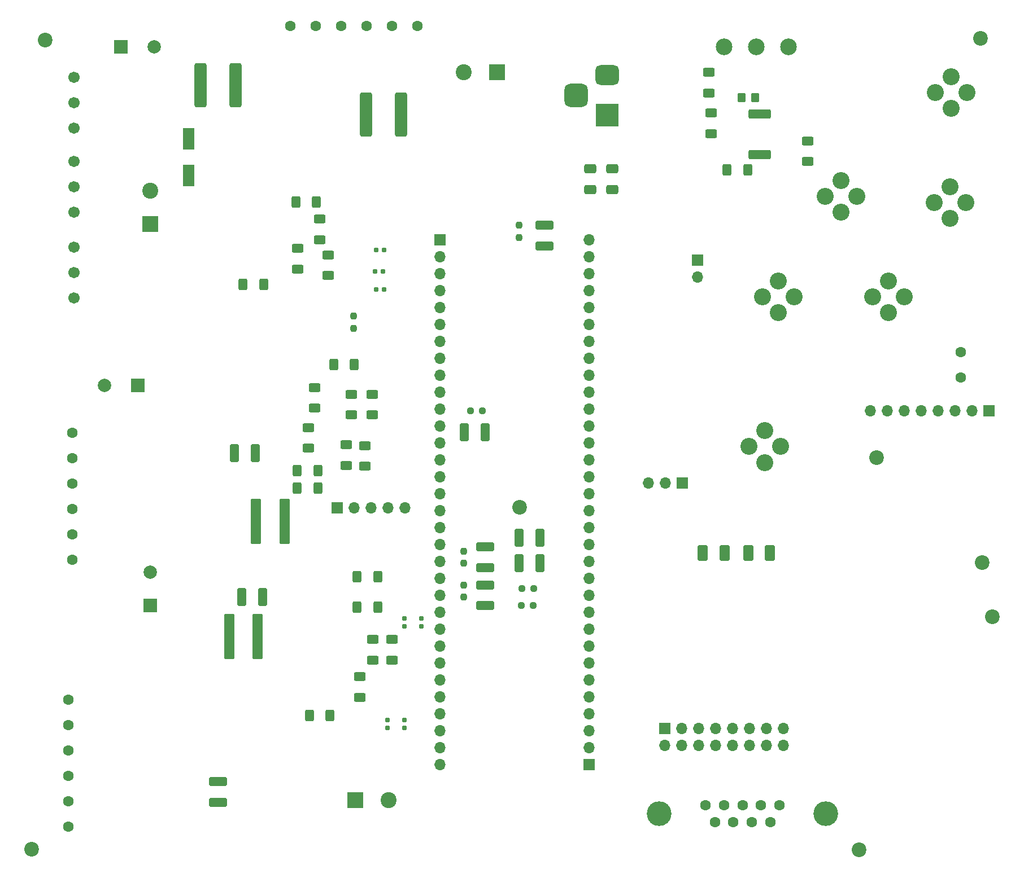
<source format=gbr>
%TF.GenerationSoftware,KiCad,Pcbnew,7.0.1*%
%TF.CreationDate,2023-04-10T20:01:29-05:00*%
%TF.ProjectId,Esquema_CBX_Rex,45737175-656d-4615-9f43-42585f526578,rev?*%
%TF.SameCoordinates,Original*%
%TF.FileFunction,Soldermask,Bot*%
%TF.FilePolarity,Negative*%
%FSLAX46Y46*%
G04 Gerber Fmt 4.6, Leading zero omitted, Abs format (unit mm)*
G04 Created by KiCad (PCBNEW 7.0.1) date 2023-04-10 20:01:29*
%MOMM*%
%LPD*%
G01*
G04 APERTURE LIST*
G04 Aperture macros list*
%AMRoundRect*
0 Rectangle with rounded corners*
0 $1 Rounding radius*
0 $2 $3 $4 $5 $6 $7 $8 $9 X,Y pos of 4 corners*
0 Add a 4 corners polygon primitive as box body*
4,1,4,$2,$3,$4,$5,$6,$7,$8,$9,$2,$3,0*
0 Add four circle primitives for the rounded corners*
1,1,$1+$1,$2,$3*
1,1,$1+$1,$4,$5*
1,1,$1+$1,$6,$7*
1,1,$1+$1,$8,$9*
0 Add four rect primitives between the rounded corners*
20,1,$1+$1,$2,$3,$4,$5,0*
20,1,$1+$1,$4,$5,$6,$7,0*
20,1,$1+$1,$6,$7,$8,$9,0*
20,1,$1+$1,$8,$9,$2,$3,0*%
G04 Aperture macros list end*
%ADD10C,2.200000*%
%ADD11C,1.600200*%
%ADD12R,2.000000X2.000000*%
%ADD13C,2.000000*%
%ADD14R,2.400000X2.400000*%
%ADD15C,2.400000*%
%ADD16C,1.701800*%
%ADD17R,1.700000X1.700000*%
%ADD18O,1.700000X1.700000*%
%ADD19C,2.550000*%
%ADD20R,3.500000X3.500000*%
%ADD21RoundRect,0.750000X-1.000000X0.750000X-1.000000X-0.750000X1.000000X-0.750000X1.000000X0.750000X0*%
%ADD22RoundRect,0.875000X-0.875000X0.875000X-0.875000X-0.875000X0.875000X-0.875000X0.875000X0.875000X0*%
%ADD23C,3.708400*%
%ADD24C,2.500000*%
%ADD25RoundRect,0.237500X0.250000X0.237500X-0.250000X0.237500X-0.250000X-0.237500X0.250000X-0.237500X0*%
%ADD26RoundRect,0.250000X-0.412500X-1.100000X0.412500X-1.100000X0.412500X1.100000X-0.412500X1.100000X0*%
%ADD27RoundRect,0.250000X0.625000X-0.400000X0.625000X0.400000X-0.625000X0.400000X-0.625000X-0.400000X0*%
%ADD28RoundRect,0.250000X-1.100000X0.412500X-1.100000X-0.412500X1.100000X-0.412500X1.100000X0.412500X0*%
%ADD29RoundRect,0.160000X0.160000X-0.197500X0.160000X0.197500X-0.160000X0.197500X-0.160000X-0.197500X0*%
%ADD30RoundRect,0.250000X0.400000X0.625000X-0.400000X0.625000X-0.400000X-0.625000X0.400000X-0.625000X0*%
%ADD31RoundRect,0.250000X-0.625000X0.400000X-0.625000X-0.400000X0.625000X-0.400000X0.625000X0.400000X0*%
%ADD32RoundRect,0.250000X-0.650000X0.412500X-0.650000X-0.412500X0.650000X-0.412500X0.650000X0.412500X0*%
%ADD33RoundRect,0.250000X-0.400000X-0.625000X0.400000X-0.625000X0.400000X0.625000X-0.400000X0.625000X0*%
%ADD34RoundRect,0.250000X1.100000X-0.412500X1.100000X0.412500X-1.100000X0.412500X-1.100000X-0.412500X0*%
%ADD35RoundRect,0.160000X-0.160000X0.197500X-0.160000X-0.197500X0.160000X-0.197500X0.160000X0.197500X0*%
%ADD36RoundRect,0.160000X-0.197500X-0.160000X0.197500X-0.160000X0.197500X0.160000X-0.197500X0.160000X0*%
%ADD37RoundRect,0.237500X0.237500X-0.250000X0.237500X0.250000X-0.237500X0.250000X-0.237500X-0.250000X0*%
%ADD38RoundRect,0.250001X-0.499999X-0.924999X0.499999X-0.924999X0.499999X0.924999X-0.499999X0.924999X0*%
%ADD39R,1.700000X3.300000*%
%ADD40RoundRect,0.250001X0.499999X0.924999X-0.499999X0.924999X-0.499999X-0.924999X0.499999X-0.924999X0*%
%ADD41RoundRect,0.250000X-0.350000X-0.450000X0.350000X-0.450000X0.350000X0.450000X-0.350000X0.450000X0*%
%ADD42RoundRect,0.249999X1.425001X-0.450001X1.425001X0.450001X-1.425001X0.450001X-1.425001X-0.450001X0*%
%ADD43RoundRect,0.250000X0.650000X3.050000X-0.650000X3.050000X-0.650000X-3.050000X0.650000X-3.050000X0*%
%ADD44RoundRect,0.250000X0.537500X3.150000X-0.537500X3.150000X-0.537500X-3.150000X0.537500X-3.150000X0*%
%ADD45RoundRect,0.250000X0.650000X-0.412500X0.650000X0.412500X-0.650000X0.412500X-0.650000X-0.412500X0*%
%ADD46RoundRect,0.237500X-0.237500X0.250000X-0.237500X-0.250000X0.237500X-0.250000X0.237500X0.250000X0*%
%ADD47RoundRect,0.250000X-0.650000X-3.050000X0.650000X-3.050000X0.650000X3.050000X-0.650000X3.050000X0*%
G04 APERTURE END LIST*
D10*
%TO.C,REF\u002A\u002A*%
X203454000Y-112903000D03*
%TD*%
D11*
%TO.C,J16*%
X67057000Y-93472000D03*
X67057000Y-97282000D03*
X67057000Y-101092000D03*
X67057000Y-104902000D03*
X67057000Y-108712000D03*
X67057000Y-112522000D03*
%TD*%
D10*
%TO.C,REF\u002A\u002A*%
X187579000Y-97155000D03*
%TD*%
D12*
%TO.C,C14*%
X74295000Y-35560000D03*
D13*
X79295000Y-35560000D03*
%TD*%
D14*
%TO.C,C24*%
X130683000Y-39370000D03*
D15*
X125683000Y-39370000D03*
%TD*%
D16*
%TO.C,J21*%
X67300000Y-65550000D03*
X67300000Y-69360000D03*
X67300000Y-73170000D03*
%TD*%
D14*
%TO.C,C44*%
X78740000Y-62150000D03*
D15*
X78740000Y-57150000D03*
%TD*%
D17*
%TO.C,J3*%
X158500000Y-101000000D03*
D18*
X155960000Y-101000000D03*
X153420000Y-101000000D03*
%TD*%
D19*
%TO.C,J8*%
X201168000Y-42385000D03*
X196408000Y-42385000D03*
X198788000Y-44765000D03*
X198788000Y-40005000D03*
%TD*%
D17*
%TO.C,J1*%
X144478377Y-143236327D03*
D18*
X144478377Y-140696327D03*
X144478377Y-138156327D03*
X144478377Y-135616327D03*
X144478377Y-133076327D03*
X144478377Y-130536327D03*
X144478377Y-127996327D03*
X144478377Y-125456327D03*
X144478377Y-122916327D03*
X144478377Y-120376327D03*
X144478377Y-117836327D03*
X144478377Y-115296327D03*
X144478377Y-112756327D03*
X144478377Y-110216327D03*
X144478377Y-107676327D03*
X144478377Y-105136327D03*
X144478377Y-102596327D03*
X144478377Y-100056327D03*
X144478377Y-97516327D03*
X144478377Y-94976327D03*
X144478377Y-92436327D03*
X144478377Y-89896327D03*
X144478377Y-87356327D03*
X144478377Y-84816327D03*
X144478377Y-82276327D03*
X144478377Y-79736327D03*
X144478377Y-77196327D03*
X144478377Y-74656327D03*
X144478377Y-72116327D03*
X144478377Y-69576327D03*
X144478377Y-67036327D03*
X144478377Y-64496327D03*
%TD*%
D19*
%TO.C,J9*%
X175260000Y-73025000D03*
X170500000Y-73025000D03*
X172880000Y-75405000D03*
X172880000Y-70645000D03*
%TD*%
%TO.C,J11*%
X173228000Y-95504000D03*
X168468000Y-95504000D03*
X170848000Y-97884000D03*
X170848000Y-93124000D03*
%TD*%
D10*
%TO.C,*%
X134112000Y-104648000D03*
%TD*%
D20*
%TO.C,J5*%
X147257500Y-45800000D03*
D21*
X147257500Y-39800000D03*
D22*
X142557500Y-42800000D03*
%TD*%
D10*
%TO.C,*%
X205000000Y-121000000D03*
%TD*%
D11*
%TO.C,J4*%
X173045000Y-149330000D03*
X170275001Y-149330000D03*
X167505001Y-149330000D03*
X164735002Y-149330000D03*
X161965002Y-149330000D03*
X171660002Y-151870000D03*
X168890002Y-151870000D03*
X166120000Y-151870000D03*
X163350000Y-151870000D03*
D23*
X155010002Y-150600000D03*
X180000000Y-150600000D03*
%TD*%
D17*
%TO.C,J12*%
X160782000Y-67559000D03*
D18*
X160782000Y-70099000D03*
%TD*%
D17*
%TO.C,J19*%
X106725000Y-104700000D03*
D18*
X109265000Y-104700000D03*
X111805000Y-104700000D03*
X114345000Y-104700000D03*
X116885000Y-104700000D03*
%TD*%
D10*
%TO.C,*%
X203200000Y-34290000D03*
%TD*%
D14*
%TO.C,C34*%
X109444785Y-148590000D03*
D15*
X114444785Y-148590000D03*
%TD*%
D19*
%TO.C,J10*%
X179865000Y-57945000D03*
X184625000Y-57945000D03*
X182245000Y-55565000D03*
X182245000Y-60325000D03*
%TD*%
D16*
%TO.C,J22*%
X67310000Y-52705000D03*
X67310000Y-56515000D03*
X67310000Y-60325000D03*
%TD*%
D24*
%TO.C,SW2*%
X164719000Y-35560000D03*
X169545000Y-35560000D03*
X174371000Y-35560000D03*
%TD*%
D10*
%TO.C,*%
X185000000Y-156000000D03*
%TD*%
D11*
%TO.C,J17*%
X200208700Y-81323798D03*
X200208700Y-85133798D03*
%TD*%
D17*
%TO.C,J31*%
X204470000Y-90170000D03*
D18*
X201930000Y-90170000D03*
X199390000Y-90170000D03*
X196850000Y-90170000D03*
X194310000Y-90170000D03*
X191770000Y-90170000D03*
X189230000Y-90170000D03*
X186690000Y-90170000D03*
%TD*%
D17*
%TO.C,J18*%
X155860000Y-137800000D03*
D18*
X155860000Y-140340000D03*
X158400000Y-137800000D03*
X158400000Y-140340000D03*
X160940000Y-137800000D03*
X160940000Y-140340000D03*
X163480000Y-137800000D03*
X163480000Y-140340000D03*
X166020000Y-137800000D03*
X166020000Y-140340000D03*
X168560000Y-137800000D03*
X168560000Y-140340000D03*
X171100000Y-137800000D03*
X171100000Y-140340000D03*
X173640000Y-137800000D03*
X173640000Y-140340000D03*
%TD*%
D19*
%TO.C,J7*%
X189390000Y-75405000D03*
X189390000Y-70645000D03*
X187010000Y-73025000D03*
X191770000Y-73025000D03*
%TD*%
D11*
%TO.C,J15*%
X66422000Y-133512000D03*
X66422000Y-137322000D03*
X66422000Y-141132000D03*
X66422000Y-144942000D03*
X66422000Y-148752000D03*
X66422000Y-152562000D03*
%TD*%
D12*
%TO.C,C29*%
X78740000Y-119380000D03*
D13*
X78740000Y-114380000D03*
%TD*%
D10*
%TO.C,*%
X60960000Y-155956000D03*
%TD*%
D16*
%TO.C,J13*%
X67310000Y-40132000D03*
X67310000Y-43942000D03*
X67310000Y-47752000D03*
%TD*%
D12*
%TO.C,C39*%
X76835000Y-86360000D03*
D13*
X71835000Y-86360000D03*
%TD*%
D10*
%TO.C,*%
X62992000Y-34544000D03*
%TD*%
D19*
%TO.C,J6*%
X201008000Y-58895000D03*
X196248000Y-58895000D03*
X198628000Y-61275000D03*
X198628000Y-56515000D03*
%TD*%
D11*
%TO.C,J14*%
X118745000Y-32385000D03*
X114935000Y-32385000D03*
X111125000Y-32385000D03*
X107315000Y-32385000D03*
X103505000Y-32385000D03*
X99695000Y-32385000D03*
%TD*%
D17*
%TO.C,J2*%
X122126377Y-64491327D03*
D18*
X122126377Y-67031327D03*
X122126377Y-69571327D03*
X122126377Y-72111327D03*
X122126377Y-74651327D03*
X122126377Y-77191327D03*
X122126377Y-79731327D03*
X122126377Y-82271327D03*
X122126377Y-84811327D03*
X122126377Y-87351327D03*
X122126377Y-89891327D03*
X122126377Y-92431327D03*
X122126377Y-94971327D03*
X122126377Y-97511327D03*
X122126377Y-100051327D03*
X122126377Y-102591327D03*
X122126377Y-105131327D03*
X122126377Y-107671327D03*
X122126377Y-110211327D03*
X122126377Y-112751327D03*
X122126377Y-115291327D03*
X122126377Y-117831327D03*
X122126377Y-120371327D03*
X122126377Y-122911327D03*
X122126377Y-125451327D03*
X122126377Y-127991327D03*
X122126377Y-130531327D03*
X122126377Y-133071327D03*
X122126377Y-135611327D03*
X122126377Y-138151327D03*
X122126377Y-140691327D03*
X122126377Y-143231327D03*
%TD*%
D25*
%TO.C,R78*%
X128547500Y-90170000D03*
X126722500Y-90170000D03*
%TD*%
D26*
%TO.C,C38*%
X92417500Y-118110000D03*
X95542500Y-118110000D03*
%TD*%
D25*
%TO.C,R83*%
X136247500Y-116840000D03*
X134422500Y-116840000D03*
%TD*%
%TO.C,R82*%
X136167500Y-119380000D03*
X134342500Y-119380000D03*
%TD*%
D27*
%TO.C,R68*%
X112000000Y-90750000D03*
X112000000Y-87650000D03*
%TD*%
D28*
%TO.C,C52*%
X128905000Y-116255000D03*
X128905000Y-119380000D03*
%TD*%
D29*
%TO.C,R45*%
X114300000Y-137757500D03*
X114300000Y-136562500D03*
%TD*%
D30*
%TO.C,R58*%
X112850000Y-115000000D03*
X109750000Y-115000000D03*
%TD*%
D31*
%TO.C,R55*%
X115000000Y-124450000D03*
X115000000Y-127550000D03*
%TD*%
D32*
%TO.C,C55*%
X144700000Y-53837500D03*
X144700000Y-56962500D03*
%TD*%
D33*
%TO.C,R44*%
X100550000Y-58800000D03*
X103650000Y-58800000D03*
%TD*%
%TO.C,R63*%
X100750000Y-99100000D03*
X103850000Y-99100000D03*
%TD*%
D34*
%TO.C,C51*%
X128905000Y-113665000D03*
X128905000Y-110540000D03*
%TD*%
D35*
%TO.C,R49*%
X116840000Y-121322500D03*
X116840000Y-122517500D03*
%TD*%
D36*
%TO.C,R28*%
X112557500Y-71950000D03*
X113752500Y-71950000D03*
%TD*%
D37*
%TO.C,R67*%
X109220000Y-77747500D03*
X109220000Y-75922500D03*
%TD*%
D26*
%TO.C,C54*%
X134035000Y-113030000D03*
X137160000Y-113030000D03*
%TD*%
D27*
%TO.C,R62*%
X108100000Y-98350000D03*
X108100000Y-95250000D03*
%TD*%
D31*
%TO.C,R57*%
X110100000Y-130050000D03*
X110100000Y-133150000D03*
%TD*%
D38*
%TO.C,C6*%
X161570000Y-111506000D03*
X164820000Y-111506000D03*
%TD*%
D36*
%TO.C,R29*%
X112432500Y-69215000D03*
X113627500Y-69215000D03*
%TD*%
D26*
%TO.C,C53*%
X134035000Y-109220000D03*
X137160000Y-109220000D03*
%TD*%
D39*
%TO.C,D1*%
X84455000Y-49320000D03*
X84455000Y-54820000D03*
%TD*%
D27*
%TO.C,R73*%
X108900000Y-90750000D03*
X108900000Y-87650000D03*
%TD*%
D30*
%TO.C,R13*%
X168301000Y-53975000D03*
X165201000Y-53975000D03*
%TD*%
D40*
%TO.C,C10*%
X171625000Y-111500000D03*
X168375000Y-111500000D03*
%TD*%
D31*
%TO.C,R42*%
X105400000Y-66750000D03*
X105400000Y-69850000D03*
%TD*%
D27*
%TO.C,R70*%
X103400000Y-89750000D03*
X103400000Y-86650000D03*
%TD*%
D31*
%TO.C,R72*%
X102400000Y-92650000D03*
X102400000Y-95750000D03*
%TD*%
D26*
%TO.C,C50*%
X125780000Y-93345000D03*
X128905000Y-93345000D03*
%TD*%
D34*
%TO.C,C30*%
X88900000Y-148882500D03*
X88900000Y-145757500D03*
%TD*%
D41*
%TO.C,R10*%
X167402000Y-43180000D03*
X169402000Y-43180000D03*
%TD*%
D31*
%TO.C,R69*%
X110871000Y-95351000D03*
X110871000Y-98451000D03*
%TD*%
D42*
%TO.C,R12*%
X170053000Y-51691000D03*
X170053000Y-45591000D03*
%TD*%
D27*
%TO.C,R54*%
X112100000Y-127550000D03*
X112100000Y-124450000D03*
%TD*%
D43*
%TO.C,C23*%
X91525000Y-41275000D03*
X86275000Y-41275000D03*
%TD*%
D37*
%TO.C,R81*%
X125730000Y-118110000D03*
X125730000Y-116285000D03*
%TD*%
D29*
%TO.C,R46*%
X116840000Y-137757500D03*
X116840000Y-136562500D03*
%TD*%
D27*
%TO.C,R39*%
X104100000Y-64450000D03*
X104100000Y-61350000D03*
%TD*%
D31*
%TO.C,R7*%
X162814000Y-45440000D03*
X162814000Y-48540000D03*
%TD*%
D44*
%TO.C,C35*%
X94847500Y-123970000D03*
X90572500Y-123970000D03*
%TD*%
D45*
%TO.C,C1*%
X148000000Y-56962500D03*
X148000000Y-53837500D03*
%TD*%
D33*
%TO.C,R31*%
X92650000Y-71150000D03*
X95750000Y-71150000D03*
%TD*%
D44*
%TO.C,C42*%
X98837500Y-106700000D03*
X94562500Y-106700000D03*
%TD*%
D46*
%TO.C,R80*%
X125730000Y-111205000D03*
X125730000Y-113030000D03*
%TD*%
D30*
%TO.C,R53*%
X112850000Y-119600000D03*
X109750000Y-119600000D03*
%TD*%
D35*
%TO.C,R51*%
X119380000Y-121322500D03*
X119380000Y-122517500D03*
%TD*%
D36*
%TO.C,R32*%
X112557500Y-66040000D03*
X113752500Y-66040000D03*
%TD*%
D26*
%TO.C,C41*%
X91313000Y-96520000D03*
X94438000Y-96520000D03*
%TD*%
D31*
%TO.C,R30*%
X100850000Y-65750000D03*
X100850000Y-68850000D03*
%TD*%
D33*
%TO.C,R48*%
X102590000Y-135890000D03*
X105690000Y-135890000D03*
%TD*%
%TO.C,R71*%
X106207500Y-83185000D03*
X109307500Y-83185000D03*
%TD*%
D27*
%TO.C,R14*%
X177292000Y-52731000D03*
X177292000Y-49631000D03*
%TD*%
D30*
%TO.C,R74*%
X103850000Y-101700000D03*
X100750000Y-101700000D03*
%TD*%
D31*
%TO.C,R1*%
X162433000Y-39344000D03*
X162433000Y-42444000D03*
%TD*%
D47*
%TO.C,C26*%
X111040000Y-45720000D03*
X116290000Y-45720000D03*
%TD*%
D34*
%TO.C,C49*%
X137795000Y-65405000D03*
X137795000Y-62280000D03*
%TD*%
D46*
%TO.C,R79*%
X133985000Y-62310000D03*
X133985000Y-64135000D03*
%TD*%
M02*

</source>
